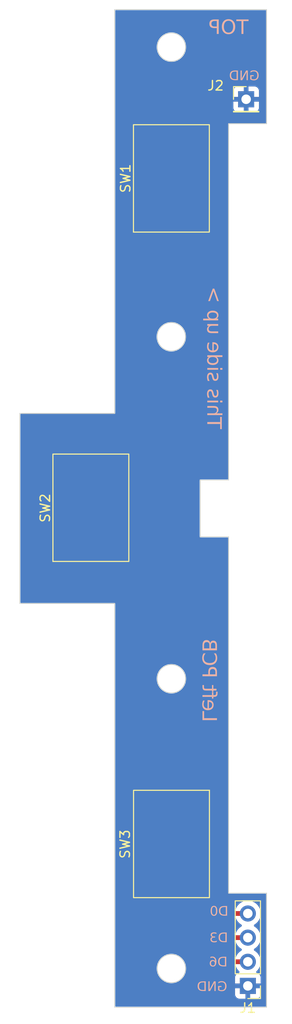
<source format=kicad_pcb>
(kicad_pcb (version 20221018) (generator pcbnew)
  (layers (0 "F.Cu" signal) (31 "B.Cu" signal) (34 "B.Paste" user) (35 "F.Paste" user) (36 "B.SilkS" user "B.Silkscreen") (37 "F.SilkS" user "F.Silkscreen") (38 "B.Mask" user) (39 "F.Mask" user) (44 "Edge.Cuts" user))
  (net 0 "")
  (net 1 "/GND")
  (net 2 "/D6")
  (net 3 "/D3")
  (net 4 "/D0")
  (footprint "Design:Button" (layer "F.Cu") (at 125.2 123.47 -90)
    (fp_text reference "SW3" (at 0.02 4.89 90 unlocked) (layer "F.SilkS"))
    (fp_text value "SW_Push")
    (fp_rect (start -5.65 -4) (end 5.65 4) (stroke (width 0.12)) (fill none) (layer "F.SilkS"))
    (pad "1" smd roundrect (at -7 -2.5 270) (size 3 1.6) (layers "F.Cu" "F.Paste" "F.Mask") (net 1 "/GND"))
    (pad "1" smd roundrect (at 7 -2.5 270) (size 3 1.6) (layers "F.Cu" "F.Paste" "F.Mask") (net 1 "/GND"))
    (pad "2" smd roundrect (at -7 2.5 270) (size 3 1.6) (layers "F.Cu" "F.Paste" "F.Mask") (net 2 "/D6"))
    (pad "2" smd roundrect (at 7 2.5 270) (size 3 1.6) (layers "F.Cu" "F.Paste" "F.Mask") (net 2 "/D6"))
  )
  (footprint "Design:Button" (layer "F.Cu") (at 116.7 88.08 90)
    (fp_text reference "SW2" (at -0.03 -4.81 90 unlocked) (layer "F.SilkS"))
    (fp_text value "SW_Push")
    (fp_rect (start -5.65 -4) (end 5.65 4) (stroke (width 0.12)) (fill none) (layer "F.SilkS"))
    (pad "1" smd roundrect (at -7 -2.5 90) (size 3 1.6) (layers "F.Cu" "F.Paste" "F.Mask") (net 1 "/GND"))
    (pad "1" smd roundrect (at 7 -2.5 90) (size 3 1.6) (layers "F.Cu" "F.Paste" "F.Mask") (net 1 "/GND"))
    (pad "2" smd roundrect (at -7 2.5 90) (size 3 1.6) (layers "F.Cu" "F.Paste" "F.Mask") (net 3 "/D3"))
    (pad "2" smd roundrect (at 7 2.5 90) (size 3 1.6) (layers "F.Cu" "F.Paste" "F.Mask") (net 3 "/D3"))
  )
  (footprint "Design:Button" (layer "F.Cu") (at 125.19 53.41 90)
    (fp_text reference "SW1" (at 0 -4.83 90 unlocked) (layer "F.SilkS"))
    (fp_text value "SW_Push")
    (fp_rect (start -5.65 -4) (end 5.65 4) (stroke (width 0.12)) (fill none) (layer "F.SilkS"))
    (pad "1" smd roundrect (at -7 -2.5 90) (size 3 1.6) (layers "F.Cu" "F.Paste" "F.Mask") (net 1 "/GND"))
    (pad "1" smd roundrect (at 7 -2.5 90) (size 3 1.6) (layers "F.Cu" "F.Paste" "F.Mask") (net 1 "/GND"))
    (pad "2" smd roundrect (at -7 2.5 90) (size 3 1.6) (layers "F.Cu" "F.Paste" "F.Mask") (net 4 "/D0"))
    (pad "2" smd roundrect (at 7 2.5 90) (size 3 1.6) (layers "F.Cu" "F.Paste" "F.Mask") (net 4 "/D0"))
  )
  (footprint "Connector_PinHeader_2.54mm:PinHeader_1x04_P2.54mm_Vertical" (layer "F.Cu") (at 133.25 138.41 180)
    (fp_text reference "J1" (at 0 -2.33) (layer "F.SilkS"))
    (fp_text value "Conn_01x04")
    (fp_line (start -1.33 -1.33) (end 0 -1.33) (stroke (width 0.12)) (layer "F.SilkS"))
    (fp_line (start -1.33 0) (end -1.33 -1.33) (stroke (width 0.12)) (layer "F.SilkS"))
    (fp_line (start -1.33 1.27) (end -1.33 8.95) (stroke (width 0.12)) (layer "F.SilkS"))
    (fp_line (start -1.33 1.27) (end 1.33 1.27) (stroke (width 0.12)) (layer "F.SilkS"))
    (fp_line (start -1.33 8.95) (end 1.33 8.95) (stroke (width 0.12)) (layer "F.SilkS"))
    (fp_line (start 1.33 1.27) (end 1.33 8.95) (stroke (width 0.12)) (layer "F.SilkS"))
    (pad "1" thru_hole rect (at 0 0 180) (size 1.7 1.7) (drill 1) (layers "*.Cu" "*.Mask") (net 1 "/GND"))
    (pad "2" thru_hole oval (at 0 2.54 180) (size 1.7 1.7) (drill 1) (layers "*.Cu" "*.Mask") (net 2 "/D6"))
    (pad "3" thru_hole oval (at 0 5.08 180) (size 1.7 1.7) (drill 1) (layers "*.Cu" "*.Mask") (net 3 "/D3"))
    (pad "4" thru_hole oval (at 0 7.62 180) (size 1.7 1.7) (drill 1) (layers "*.Cu" "*.Mask") (net 4 "/D0"))
  )
  (footprint "Connector_PinHeader_2.54mm:PinHeader_1x01_P2.54mm_Vertical" (layer "F.Cu") (at 133.07 45.08)
    (fp_text reference "J2" (at -3.22 -1.43) (layer "F.SilkS"))
    (fp_text value "Conn_01x01")
    (fp_line (start -1.33 -1.33) (end 0 -1.33) (stroke (width 0.12)) (layer "F.SilkS"))
    (fp_line (start -1.33 0) (end -1.33 -1.33) (stroke (width 0.12)) (layer "F.SilkS"))
    (fp_line (start -1.33 1.27) (end -1.33 1.33) (stroke (width 0.12)) (layer "F.SilkS"))
    (fp_line (start -1.33 1.27) (end 1.33 1.27) (stroke (width 0.12)) (layer "F.SilkS"))
    (fp_line (start -1.33 1.33) (end 1.33 1.33) (stroke (width 0.12)) (layer "F.SilkS"))
    (fp_line (start 1.33 1.27) (end 1.33 1.33) (stroke (width 0.12)) (layer "F.SilkS"))
    (pad "1" thru_hole rect (at 0 0) (size 1.7 1.7) (drill 1) (layers "*.Cu" "*.Mask") (net 1 "/GND"))
  )
  (gr_circle (center 125.19 106.08) (end 126.69 106.08) (stroke (width 0.1)) (fill none) (layer "Edge.Cuts"))
  (gr_line (start 109.22 98.15) (end 109.22 78.15) (stroke (width 0.1)) (layer "Edge.Cuts"))
  (gr_line (start 131.22 85.15) (end 128.22 85.15) (stroke (width 0.1)) (layer "Edge.Cuts"))
  (gr_line (start 131.22 128.65) (end 135.22 128.65) (stroke (width 0.1)) (layer "Edge.Cuts"))
  (gr_line (start 135.22 47.65) (end 131.22 47.65) (stroke (width 0.1)) (layer "Edge.Cuts"))
  (gr_circle (center 125.18 70.08) (end 126.68 70.08) (stroke (width 0.1)) (fill none) (layer "Edge.Cuts"))
  (gr_circle (center 125.19 39.59) (end 126.69 39.59) (stroke (width 0.1)) (fill none) (layer "Edge.Cuts"))
  (gr_line (start 119.22 98.15) (end 109.22 98.15) (stroke (width 0.1)) (layer "Edge.Cuts"))
  (gr_line (start 131.22 91.15) (end 131.22 128.65) (stroke (width 0.1)) (layer "Edge.Cuts"))
  (gr_line (start 128.22 85.15) (end 128.22 91.15) (stroke (width 0.1)) (layer "Edge.Cuts"))
  (gr_line (start 119.22 140.65) (end 119.22 98.15) (stroke (width 0.1)) (layer "Edge.Cuts"))
  (gr_circle (center 125.19 136.58) (end 126.69 136.58) (stroke (width 0.1)) (fill none) (layer "Edge.Cuts"))
  (gr_line (start 128.22 91.15) (end 131.22 91.15) (stroke (width 0.1)) (layer "Edge.Cuts"))
  (gr_line (start 131.22 47.65) (end 131.22 85.15) (stroke (width 0.1)) (layer "Edge.Cuts"))
  (gr_line (start 119.22 35.65) (end 135.22 35.65) (stroke (width 0.1)) (layer "Edge.Cuts"))
  (gr_line (start 135.22 128.65) (end 135.22 140.65) (stroke (width 0.1)) (layer "Edge.Cuts"))
  (gr_line (start 135.22 140.65) (end 119.22 140.65) (stroke (width 0.1)) (layer "Edge.Cuts"))
  (gr_line (start 109.22 78.15) (end 119.22 78.15) (stroke (width 0.1)) (layer "Edge.Cuts"))
  (gr_line (start 119.22 78.15) (end 119.22 35.65) (stroke (width 0.1)) (layer "Edge.Cuts"))
  (gr_line (start 135.22 35.65) (end 135.22 47.65) (stroke (width 0.1)) (layer "Edge.Cuts"))
  (gr_text "D3" (at 131.16 133.98) (layer "B.SilkS") (effects (font (size 1 1)) (justify left bottom mirror)))
  (gr_text "D0" (at 131.2 131.19) (layer "B.SilkS") (effects (font (size 1 1)) (justify left bottom mirror)))
  (gr_text "D6" (at 131.11 136.53) (layer "B.SilkS") (effects (font (size 1 1)) (justify left bottom mirror)))
  (gr_text "TOP" (at 133.32 38.46) (layer "B.SilkS") (effects (font (size 1.5 1.5)) (justify left bottom mirror)))
  (gr_text "GND" (at 131.08 139.12) (layer "B.SilkS") (effects (font (size 1 1)) (justify left bottom mirror)))
  (gr_text "This side up >" (at 128.72 79.8 270) (layer "B.SilkS") (effects (font (size 1.5 1.5)) (justify left bottom mirror)))
  (gr_text "GND" (at 134.47 43.24) (layer "B.SilkS") (effects (font (size 1 1)) (justify left bottom mirror)))
  (gr_text "Left PCB" (at 128.21 110.64 270) (layer "B.SilkS") (effects (font (size 1.5 1.5)) (justify left bottom mirror)))
  (segment (start 122.7 130.47) (end 122.7 133.86) (width 0.5) (layer "F.Cu") (net 2))
  (segment (start 128.53 135.46) (end 128.94 135.87) (width 0.5) (layer "F.Cu") (net 2))
  (segment (start 128.94 135.87) (end 133.25 135.87) (width 0.5) (layer "F.Cu") (net 2))
  (segment (start 122.7 133.86) (end 123.24 134.4) (width 0.5) (layer "F.Cu") (net 2))
  (segment (start 128.03 134.4) (end 128.53 134.9) (width 0.5) (layer "F.Cu") (net 2))
  (segment (start 128.53 134.9) (end 128.53 135.46) (width 0.5) (layer "F.Cu") (net 2))
  (segment (start 122.7 116.47) (end 122.7 130.47) (width 0.5) (layer "F.Cu") (net 2))
  (segment (start 123.24 134.4) (end 128.03 134.4) (width 0.5) (layer "F.Cu") (net 2))
  (segment (start 121.54 96.27) (end 121.54 110.23) (width 0.5) (layer "F.Cu") (net 3))
  (segment (start 125.05 112.41) (end 125.05 132.4) (width 0.5) (layer "F.Cu") (net 3))
  (segment (start 119.2 95.08) (end 120.35 95.08) (width 0.5) (layer "F.Cu") (net 3))
  (segment (start 120.35 95.08) (end 121.54 96.27) (width 0.5) (layer "F.Cu") (net 3))
  (segment (start 121.54 110.23) (end 122.57 111.26) (width 0.5) (layer "F.Cu") (net 3))
  (segment (start 125.05 132.4) (end 126 133.35) (width 0.5) (layer "F.Cu") (net 3))
  (segment (start 126 133.35) (end 126.02 133.33) (width 0.5) (layer "F.Cu") (net 3))
  (segment (start 119.2 81.08) (end 119.2 95.08) (width 0.5) (layer "F.Cu") (net 3))
  (segment (start 126.02 133.33) (end 133.25 133.33) (width 0.5) (layer "F.Cu") (net 3))
  (segment (start 122.57 111.26) (end 123.9 111.26) (width 0.5) (layer "F.Cu") (net 3))
  (segment (start 123.9 111.26) (end 125.05 112.41) (width 0.5) (layer "F.Cu") (net 3))
  (segment (start 129.43 82.76) (end 128.81 83.38) (width 0.5) (layer "F.Cu") (net 4))
  (segment (start 131.34 130.79) (end 133.25 130.79) (width 0.5) (layer "F.Cu") (net 4))
  (segment (start 127.69 60.41) (end 128.6 60.41) (width 0.5) (layer "F.Cu") (net 4))
  (segment (start 128.6 60.41) (end 129.43 61.24) (width 0.5) (layer "F.Cu") (net 4))
  (segment (start 126.73 84.6) (end 126.73 91.36) (width 0.5) (layer "F.Cu") (net 4))
  (segment (start 129.43 61.24) (end 129.43 82.76) (width 0.5) (layer "F.Cu") (net 4))
  (segment (start 130.49 93.35) (end 130.49 129.94) (width 0.5) (layer "F.Cu") (net 4))
  (segment (start 126.73 91.36) (end 127.63 92.26) (width 0.5) (layer "F.Cu") (net 4))
  (segment (start 130.49 129.94) (end 131.34 130.79) (width 0.5) (layer "F.Cu") (net 4))
  (segment (start 127.95 83.38) (end 126.73 84.6) (width 0.5) (layer "F.Cu") (net 4))
  (segment (start 127.69 46.41) (end 127.69 60.41) (width 0.5) (layer "F.Cu") (net 4))
  (segment (start 128.81 83.38) (end 127.95 83.38) (width 0.5) (layer "F.Cu") (net 4))
  (segment (start 127.63 92.26) (end 129.4 92.26) (width 0.5) (layer "F.Cu") (net 4))
  (segment (start 129.4 92.26) (end 130.49 93.35) (width 0.5) (layer "F.Cu") (net 4))
  (zone (net 1) (net_name "/GND") (layers "F&B.Cu") (connect_pads (clearance 0.5)) (min_thickness 0.25) (fill yes (thermal_gap 0.5) (thermal_bridge_width 0.5))
    (polygon (pts (xy 107.12 34.63) (xy 137.62 34.7) (xy 137.84 141.97) (xy 108.17 142.45)))
  )
)
</source>
